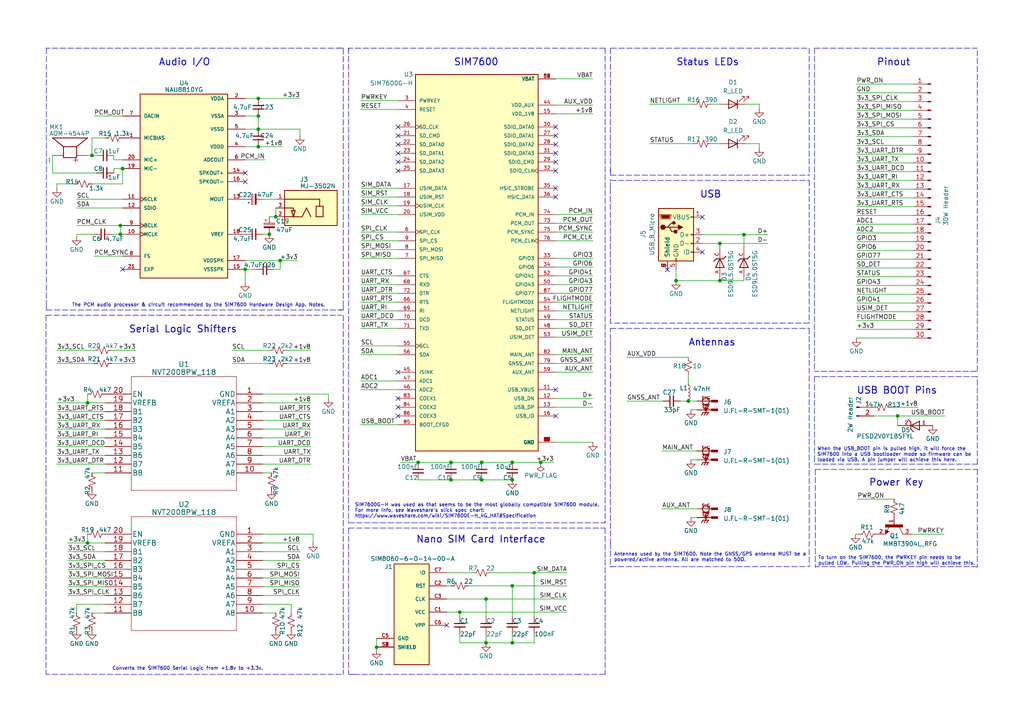
<source format=kicad_sch>
(kicad_sch (version 20230121) (generator eeschema)
  (paper "A4")
  (title_block (title "SIM7600 Breakout Board") (date "2022-12-08") (rev "Rev 1") (company "lamemakes"))
  (junction (at 154.94 166.116))
  (junction (at 139.7 139.192))
  (junction (at 80.01 62.865))
  (junction (at 148.59 169.926))
  (junction (at 148.59 139.192))
  (junction (at 215.773 68.072))
  (junction (at 156.845 134.112))
  (junction (at 133.35 177.546))
  (junction (at 196.088 81.407))
  (junction (at 148.59 134.112))
  (junction (at 109.22 187.706))
  (junction (at 208.788 81.407))
  (junction (at 148.59 186.436))
  (junction (at 81.28 75.565))
  (junction (at 139.7 134.112))
  (junction (at 74.93 33.655))
  (junction (at 25.4 116.84))
  (junction (at 121.285 134.112))
  (junction (at 26.67 45.085))
  (junction (at 71.12 78.105))
  (junction (at 74.93 42.545))
  (junction (at 140.97 173.736))
  (junction (at 140.97 186.436))
  (junction (at 35.56 48.895))
  (junction (at 130.81 139.192))
  (junction (at 208.788 70.612))
  (junction (at 199.644 116.332))
  (junction (at 25.4 157.48))
  (junction (at 130.81 134.112))
  (junction (at 74.93 28.575))
  (junction (at 78.105 67.945))
  (junction (at 34.925 65.405))
  (junction (at 260.35 120.65))
  (junction (at 34.925 67.945))
  (junction (at 74.93 37.465))
  (no_connect (at 161.163 41.91))
  (no_connect (at 161.163 39.37))
  (no_connect (at 115.443 44.45))
  (no_connect (at 115.443 118.11))
  (no_connect (at 35.56 78.105))
  (no_connect (at 161.163 49.53))
  (no_connect (at 161.163 113.03))
  (no_connect (at 115.443 115.57))
  (no_connect (at 115.443 46.99))
  (no_connect (at 129.54 181.356))
  (no_connect (at 115.443 39.37))
  (no_connect (at 203.708 62.992))
  (no_connect (at 115.443 107.95))
  (no_connect (at 161.163 44.45))
  (no_connect (at 161.163 36.83))
  (no_connect (at 193.548 78.232))
  (no_connect (at 115.443 49.53))
  (no_connect (at 161.163 54.61))
  (no_connect (at 115.443 41.91))
  (no_connect (at 71.12 50.165))
  (no_connect (at 161.163 120.65))
  (no_connect (at 71.12 52.705))
  (no_connect (at 161.163 46.99))
  (no_connect (at 161.163 57.15))
  (no_connect (at 115.443 120.65))
  (no_connect (at 203.708 73.152))
  (no_connect (at 115.443 36.83))
  (wire (pts (xy 76.2 162.56) (xy 86.995 162.56)))
  (polyline (pts (xy 101.092 151.638) (xy 175.514 151.638)) (stroke (width 0) (type dash)))
  (wire (pts (xy 104.648 74.93) (xy 115.443 74.93)))
  (wire (pts (xy 140.97 173.736) (xy 140.97 178.816)))
  (wire (pts (xy 15.24 50.165) (xy 27.94 50.165)))
  (wire (pts (xy 22.225 67.945) (xy 22.225 68.58)))
  (wire (pts (xy 139.7 139.192) (xy 130.81 139.192)))
  (polyline (pts (xy 177.038 103.632) (xy 177.038 157.607)) (stroke (width 0) (type dash)))
  (wire (pts (xy 203.708 68.072) (xy 215.773 68.072)))
  (wire (pts (xy 208.788 70.612) (xy 208.788 71.247)))
  (wire (pts (xy 30.48 137.16) (xy 26.67 137.16)))
  (wire (pts (xy 16.51 132.08) (xy 30.48 132.08)))
  (wire (pts (xy 148.59 139.192) (xy 139.7 139.192)))
  (wire (pts (xy 84.455 175.26) (xy 84.455 177.8)))
  (wire (pts (xy 25.4 45.085) (xy 26.67 45.085)))
  (polyline (pts (xy 177.038 49.022) (xy 177.038 50.8)) (stroke (width 0) (type dash)))
  (polyline (pts (xy 234.696 13.97) (xy 234.696 50.8)) (stroke (width 0) (type dash)))
  (wire (pts (xy 248.412 39.624) (xy 264.922 39.624)))
  (wire (pts (xy 260.35 120.65) (xy 260.35 123.444)))
  (wire (pts (xy 80.01 60.325) (xy 80.01 62.865)))
  (wire (pts (xy 16.51 127) (xy 30.48 127)))
  (polyline (pts (xy 236.474 136.144) (xy 283.464 136.144)) (stroke (width 0) (type dash)))
  (wire (pts (xy 215.773 68.072) (xy 215.773 71.247)))
  (wire (pts (xy 248.412 92.964) (xy 264.922 92.964)))
  (wire (pts (xy 104.648 110.49) (xy 115.443 110.49)))
  (wire (pts (xy 90.17 134.62) (xy 76.2 134.62)))
  (polyline (pts (xy 234.696 93.726) (xy 177.038 93.726)) (stroke (width 0) (type dash)))
  (wire (pts (xy 203.708 70.612) (xy 208.788 70.612)))
  (wire (pts (xy 139.7 134.112) (xy 130.81 134.112)))
  (wire (pts (xy 104.648 85.09) (xy 115.443 85.09)))
  (polyline (pts (xy 99.568 91.44) (xy 99.568 195.58)) (stroke (width 0) (type dash)))
  (wire (pts (xy 188.468 30.226) (xy 201.168 30.226)))
  (wire (pts (xy 76.2 167.64) (xy 86.995 167.64)))
  (polyline (pts (xy 177.038 100.457) (xy 177.038 102.362)) (stroke (width 0) (type dash)))
  (wire (pts (xy 25.4 116.84) (xy 30.48 116.84)))
  (wire (pts (xy 161.163 92.71) (xy 171.958 92.71)))
  (polyline (pts (xy 99.06 195.58) (xy 13.335 195.58)) (stroke (width 0) (type dash)))
  (wire (pts (xy 248.412 47.244) (xy 264.922 47.244)))
  (polyline (pts (xy 13.462 13.97) (xy 13.462 88.9)) (stroke (width 0) (type dash)))
  (wire (pts (xy 104.648 123.19) (xy 115.443 123.19)))
  (polyline (pts (xy 177.038 98.552) (xy 177.038 95.25)) (stroke (width 0) (type dash)))
  (wire (pts (xy 90.17 127) (xy 76.2 127)))
  (wire (pts (xy 16.51 105.41) (xy 27.305 105.41)))
  (polyline (pts (xy 13.462 89.916) (xy 99.06 89.916)) (stroke (width 0) (type dash)))
  (wire (pts (xy 32.385 105.41) (xy 39.37 105.41)))
  (wire (pts (xy 16.51 116.84) (xy 25.4 116.84)))
  (wire (pts (xy 81.28 75.565) (xy 86.36 75.565)))
  (polyline (pts (xy 101.092 146.558) (xy 101.092 151.638)) (stroke (width 0) (type dash)))
  (wire (pts (xy 248.412 72.644) (xy 264.922 72.644)))
  (wire (pts (xy 200.406 150.114) (xy 202.184 150.114)))
  (polyline (pts (xy 177.038 50.8) (xy 234.696 50.8)) (stroke (width 0) (type dash)))
  (wire (pts (xy 200.406 118.872) (xy 202.184 118.872)))
  (wire (pts (xy 133.35 177.546) (xy 133.35 178.816)))
  (polyline (pts (xy 234.696 52.324) (xy 234.696 93.726)) (stroke (width 0) (type dash)))
  (polyline (pts (xy 283.464 164.338) (xy 236.474 164.338)) (stroke (width 0) (type dash)))
  (wire (pts (xy 248.412 42.164) (xy 264.922 42.164)))
  (wire (pts (xy 71.12 37.465) (xy 74.93 37.465)))
  (wire (pts (xy 161.163 64.77) (xy 171.958 64.77)))
  (wire (pts (xy 19.685 167.64) (xy 30.48 167.64)))
  (wire (pts (xy 83.185 105.41) (xy 90.17 105.41)))
  (wire (pts (xy 74.93 37.465) (xy 86.995 37.465)))
  (wire (pts (xy 253.492 120.65) (xy 260.35 120.65)))
  (wire (pts (xy 154.94 186.436) (xy 148.59 186.436)))
  (wire (pts (xy 142.24 166.116) (xy 154.94 166.116)))
  (wire (pts (xy 33.02 48.895) (xy 33.02 50.165)))
  (polyline (pts (xy 177.038 13.97) (xy 177.038 50.546)) (stroke (width 0) (type dash)))
  (wire (pts (xy 148.59 169.926) (xy 148.59 178.816)))
  (wire (pts (xy 35.56 48.895) (xy 35.56 53.34)))
  (wire (pts (xy 104.648 67.31) (xy 115.443 67.31)))
  (wire (pts (xy 90.805 154.94) (xy 90.805 157.48)))
  (wire (pts (xy 161.163 74.93) (xy 171.958 74.93)))
  (wire (pts (xy 248.412 82.804) (xy 264.922 82.804)))
  (wire (pts (xy 95.25 114.3) (xy 95.25 115.57)))
  (wire (pts (xy 25.4 154.94) (xy 25.4 157.48)))
  (wire (pts (xy 248.412 24.384) (xy 264.922 24.384)))
  (wire (pts (xy 76.2 114.3) (xy 95.25 114.3)))
  (wire (pts (xy 192.024 147.574) (xy 202.184 147.574)))
  (polyline (pts (xy 177.038 164.338) (xy 234.696 164.338)) (stroke (width 0) (type dash)))
  (wire (pts (xy 76.2 160.02) (xy 86.995 160.02)))
  (polyline (pts (xy 283.464 136.144) (xy 283.464 164.592)) (stroke (width 0) (type dash)))
  (wire (pts (xy 35.56 53.34) (xy 26.67 53.34)))
  (wire (pts (xy 216.408 41.656) (xy 220.218 41.656)))
  (wire (pts (xy 215.773 68.072) (xy 222.758 68.072)))
  (polyline (pts (xy 175.514 13.97) (xy 101.092 13.97)) (stroke (width 0) (type dash)))
  (wire (pts (xy 19.685 172.72) (xy 30.48 172.72)))
  (wire (pts (xy 206.248 30.226) (xy 208.788 30.226)))
  (wire (pts (xy 135.89 169.926) (xy 148.59 169.926)))
  (wire (pts (xy 67.31 101.6) (xy 78.105 101.6)))
  (wire (pts (xy 129.54 169.926) (xy 130.81 169.926)))
  (wire (pts (xy 161.163 115.57) (xy 171.958 115.57)))
  (wire (pts (xy 248.412 44.704) (xy 264.922 44.704)))
  (wire (pts (xy 200.406 133.35) (xy 202.184 133.35)))
  (wire (pts (xy 25.4 114.3) (xy 25.4 116.84)))
  (wire (pts (xy 161.163 105.41) (xy 171.958 105.41)))
  (wire (pts (xy 154.94 166.116) (xy 164.465 166.116)))
  (wire (pts (xy 90.17 132.08) (xy 76.2 132.08)))
  (wire (pts (xy 148.59 183.896) (xy 148.59 186.436)))
  (polyline (pts (xy 177.038 54.61) (xy 177.038 52.07)) (stroke (width 0) (type dash)))
  (wire (pts (xy 148.59 134.112) (xy 156.845 134.112)))
  (polyline (pts (xy 99.568 88.9) (xy 99.568 13.97)) (stroke (width 0) (type dash)))
  (wire (pts (xy 199.644 116.332) (xy 202.184 116.332)))
  (wire (pts (xy 140.97 186.436) (xy 133.35 186.436)))
  (wire (pts (xy 248.412 57.404) (xy 264.922 57.404)))
  (wire (pts (xy 161.163 80.01) (xy 171.958 80.01)))
  (wire (pts (xy 25.4 157.48) (xy 19.685 157.48)))
  (wire (pts (xy 104.648 54.61) (xy 115.443 54.61)))
  (wire (pts (xy 104.648 59.69) (xy 115.443 59.69)))
  (wire (pts (xy 71.12 75.565) (xy 81.28 75.565)))
  (wire (pts (xy 76.2 172.72) (xy 86.995 172.72)))
  (wire (pts (xy 34.925 65.405) (xy 35.56 65.405)))
  (wire (pts (xy 109.22 185.166) (xy 109.22 187.706)))
  (wire (pts (xy 161.163 67.31) (xy 171.958 67.31)))
  (wire (pts (xy 260.35 120.65) (xy 274.066 120.65)))
  (wire (pts (xy 264.414 154.94) (xy 273.812 154.94)))
  (wire (pts (xy 16.51 121.92) (xy 30.48 121.92)))
  (wire (pts (xy 154.94 183.896) (xy 154.94 186.436)))
  (wire (pts (xy 79.375 78.105) (xy 81.28 78.105)))
  (wire (pts (xy 248.412 54.864) (xy 264.922 54.864)))
  (wire (pts (xy 76.2 116.84) (xy 90.17 116.84)))
  (polyline (pts (xy 99.06 89.916) (xy 98.552 89.916)) (stroke (width 0) (type dash)))
  (polyline (pts (xy 98.044 13.97) (xy 99.568 13.97)) (stroke (width 0) (type dash)))
  (polyline (pts (xy 177.038 52.324) (xy 234.696 52.324)) (stroke (width 0) (type dash)))
  (wire (pts (xy 104.648 90.17) (xy 115.443 90.17)))
  (wire (pts (xy 248.412 26.924) (xy 264.922 26.924)))
  (polyline (pts (xy 175.514 153.162) (xy 175.514 195.58)) (stroke (width 0) (type dash)))
  (wire (pts (xy 25.4 157.48) (xy 30.48 157.48)))
  (wire (pts (xy 161.163 85.09) (xy 171.958 85.09)))
  (wire (pts (xy 22.225 175.26) (xy 30.48 175.26)))
  (polyline (pts (xy 101.092 153.162) (xy 101.092 195.58)) (stroke (width 0) (type dash)))
  (wire (pts (xy 33.02 46.355) (xy 35.56 46.355)))
  (wire (pts (xy 104.648 113.03) (xy 115.443 113.03)))
  (polyline (pts (xy 283.464 109.22) (xy 236.22 109.22)) (stroke (width 0) (type dash)))
  (wire (pts (xy 192.024 130.81) (xy 202.184 130.81)))
  (polyline (pts (xy 236.22 134.62) (xy 283.464 134.62)) (stroke (width 0) (type dash)))
  (wire (pts (xy 76.2 154.94) (xy 90.805 154.94)))
  (wire (pts (xy 74.93 42.545) (xy 81.915 42.545)))
  (wire (pts (xy 248.412 90.424) (xy 264.922 90.424)))
  (polyline (pts (xy 177.038 164.338) (xy 177.546 164.338)) (stroke (width 0) (type dash)))
  (wire (pts (xy 67.31 105.41) (xy 78.105 105.41)))
  (wire (pts (xy 27.305 33.655) (xy 35.56 33.655)))
  (wire (pts (xy 104.648 82.55) (xy 115.443 82.55)))
  (wire (pts (xy 161.163 102.87) (xy 171.958 102.87)))
  (wire (pts (xy 104.648 31.75) (xy 115.443 31.75)))
  (wire (pts (xy 33.02 45.085) (xy 33.02 46.355)))
  (wire (pts (xy 22.225 65.405) (xy 34.925 65.405)))
  (wire (pts (xy 86.995 37.465) (xy 86.995 39.37)))
  (wire (pts (xy 76.2 157.48) (xy 86.995 157.48)))
  (wire (pts (xy 129.54 166.116) (xy 137.16 166.116)))
  (wire (pts (xy 19.685 170.18) (xy 30.48 170.18)))
  (polyline (pts (xy 177.165 13.97) (xy 213.995 13.97)) (stroke (width 0) (type dash)))
  (wire (pts (xy 161.163 118.11) (xy 171.958 118.11)))
  (wire (pts (xy 248.412 37.084) (xy 264.922 37.084)))
  (polyline (pts (xy 101.092 195.58) (xy 102.87 195.58)) (stroke (width 0) (type dash)))
  (wire (pts (xy 216.408 30.226) (xy 220.218 30.226)))
  (wire (pts (xy 248.412 34.544) (xy 264.922 34.544)))
  (wire (pts (xy 248.412 75.184) (xy 264.922 75.184)))
  (polyline (pts (xy 177.038 102.362) (xy 177.038 102.997)) (stroke (width 0) (type dash)))
  (wire (pts (xy 27.305 74.295) (xy 35.56 74.295)))
  (polyline (pts (xy 99.568 89.916) (xy 98.552 89.916)) (stroke (width 0) (type dash)))
  (wire (pts (xy 104.648 29.21) (xy 115.443 29.21)))
  (polyline (pts (xy 175.514 195.58) (xy 167.64 195.58)) (stroke (width 0) (type dash)))
  (wire (pts (xy 22.225 60.325) (xy 35.56 60.325)))
  (wire (pts (xy 248.666 144.78) (xy 259.334 144.78)))
  (wire (pts (xy 104.648 57.15) (xy 115.443 57.15)))
  (wire (pts (xy 104.648 69.85) (xy 115.443 69.85)))
  (wire (pts (xy 74.93 33.655) (xy 74.93 37.465)))
  (wire (pts (xy 26.67 45.085) (xy 27.94 45.085)))
  (wire (pts (xy 148.59 169.926) (xy 164.465 169.926)))
  (wire (pts (xy 109.22 187.706) (xy 109.22 188.468)))
  (wire (pts (xy 161.163 22.86) (xy 171.958 22.86)))
  (wire (pts (xy 161.163 97.79) (xy 171.958 97.79)))
  (wire (pts (xy 76.2 67.945) (xy 78.105 67.945)))
  (polyline (pts (xy 101.092 153.162) (xy 175.514 153.162)) (stroke (width 0) (type dash)))
  (wire (pts (xy 84.455 175.26) (xy 76.2 175.26)))
  (wire (pts (xy 16.51 124.46) (xy 30.48 124.46)))
  (wire (pts (xy 16.51 129.54) (xy 30.48 129.54)))
  (polyline (pts (xy 177.038 54.61) (xy 177.038 90.17)) (stroke (width 0) (type dash)))
  (wire (pts (xy 248.412 32.004) (xy 264.922 32.004)))
  (wire (pts (xy 71.12 28.575) (xy 74.93 28.575)))
  (wire (pts (xy 161.163 30.48) (xy 171.958 30.48)))
  (wire (pts (xy 26.67 40.005) (xy 26.67 45.085)))
  (wire (pts (xy 248.412 70.104) (xy 264.922 70.104)))
  (wire (pts (xy 188.468 41.656) (xy 201.168 41.656)))
  (wire (pts (xy 16.51 101.6) (xy 27.305 101.6)))
  (wire (pts (xy 22.225 57.785) (xy 35.56 57.785)))
  (wire (pts (xy 140.97 173.736) (xy 164.465 173.736)))
  (wire (pts (xy 148.59 134.112) (xy 139.7 134.112)))
  (wire (pts (xy 78.105 62.865) (xy 80.01 62.865)))
  (wire (pts (xy 104.648 102.87) (xy 115.443 102.87)))
  (wire (pts (xy 76.2 177.8) (xy 80.01 177.8)))
  (wire (pts (xy 161.163 87.63) (xy 171.958 87.63)))
  (wire (pts (xy 104.648 92.71) (xy 115.443 92.71)))
  (wire (pts (xy 76.2 57.785) (xy 80.01 57.785)))
  (wire (pts (xy 161.163 69.85) (xy 171.958 69.85)))
  (wire (pts (xy 71.12 78.105) (xy 74.295 78.105)))
  (polyline (pts (xy 177.038 93.726) (xy 177.038 92.456)) (stroke (width 0) (type dash)))
  (wire (pts (xy 90.17 129.54) (xy 76.2 129.54)))
  (wire (pts (xy 104.648 62.23) (xy 115.443 62.23)))
  (wire (pts (xy 104.648 95.25) (xy 115.443 95.25)))
  (wire (pts (xy 71.12 33.655) (xy 74.93 33.655)))
  (wire (pts (xy 34.925 67.945) (xy 35.56 67.945)))
  (wire (pts (xy 133.35 177.546) (xy 164.465 177.546)))
  (wire (pts (xy 32.385 101.6) (xy 39.37 101.6)))
  (wire (pts (xy 71.12 78.105) (xy 71.12 81.915)))
  (wire (pts (xy 208.788 81.407) (xy 215.773 81.407)))
  (wire (pts (xy 104.648 100.33) (xy 115.443 100.33)))
  (wire (pts (xy 161.163 62.23) (xy 171.958 62.23)))
  (wire (pts (xy 129.54 173.736) (xy 140.97 173.736)))
  (polyline (pts (xy 101.092 13.97) (xy 101.092 133.35)) (stroke (width 0) (type dash)))
  (wire (pts (xy 248.412 67.564) (xy 264.922 67.564)))
  (wire (pts (xy 16.51 53.34) (xy 16.51 54.61)))
  (wire (pts (xy 248.412 49.784) (xy 264.922 49.784)))
  (polyline (pts (xy 214.122 13.97) (xy 234.696 13.97)) (stroke (width 0) (type dash)))
  (wire (pts (xy 161.163 128.27) (xy 171.958 128.27)))
  (wire (pts (xy 248.412 95.504) (xy 264.922 95.504)))
  (polyline (pts (xy 13.335 91.44) (xy 99.06 91.44)) (stroke (width 0) (type dash)))
  (wire (pts (xy 90.17 121.92) (xy 76.2 121.92)))
  (polyline (pts (xy 177.038 90.17) (xy 177.038 92.71)) (stroke (width 0) (type dash)))
  (polyline (pts (xy 236.22 132.334) (xy 236.22 134.62)) (stroke (width 0) (type dash)))
  (wire (pts (xy 71.12 42.545) (xy 74.93 42.545)))
  (wire (pts (xy 196.088 81.407) (xy 208.788 81.407)))
  (polyline (pts (xy 177.038 95.25) (xy 234.696 95.25)) (stroke (width 0) (type dash)))
  (wire (pts (xy 76.2 170.18) (xy 86.995 170.18)))
  (wire (pts (xy 81.28 78.105) (xy 81.28 75.565)))
  (polyline (pts (xy 101.092 132.842) (xy 101.092 146.812)) (stroke (width 0) (type dash)))
  (wire (pts (xy 22.225 175.26) (xy 22.225 177.8)))
  (wire (pts (xy 71.12 46.355) (xy 76.835 46.355)))
  (wire (pts (xy 19.685 162.56) (xy 30.48 162.56)))
  (wire (pts (xy 74.93 28.575) (xy 86.995 28.575)))
  (wire (pts (xy 30.48 177.8) (xy 26.67 177.8)))
  (wire (pts (xy 16.51 134.62) (xy 30.48 134.62)))
  (polyline (pts (xy 236.22 109.22) (xy 236.22 132.334)) (stroke (width 0) (type dash)))
  (wire (pts (xy 154.94 166.116) (xy 154.94 178.816)))
  (polyline (pts (xy 177.038 100.457) (xy 177.038 98.552)) (stroke (width 0) (type dash)))
  (polyline (pts (xy 175.514 13.97) (xy 175.514 151.638)) (stroke (width 0) (type dash)))
  (wire (pts (xy 121.285 139.192) (xy 130.81 139.192)))
  (polyline (pts (xy 175.514 151.638) (xy 175.514 151.13)) (stroke (width 0) (type dash)))
  (wire (pts (xy 76.2 137.16) (xy 78.74 137.16)))
  (wire (pts (xy 156.845 134.112) (xy 160.655 134.112)))
  (wire (pts (xy 83.185 101.6) (xy 90.17 101.6)))
  (polyline (pts (xy 13.462 88.9) (xy 13.462 89.916)) (stroke (width 0) (type dash)))
  (wire (pts (xy 104.648 80.01) (xy 115.443 80.01)))
  (wire (pts (xy 248.412 65.024) (xy 264.922 65.024)))
  (wire (pts (xy 32.385 67.945) (xy 34.925 67.945)))
  (wire (pts (xy 35.56 48.895) (xy 33.02 48.895)))
  (polyline (pts (xy 236.22 13.97) (xy 236.22 107.696)) (stroke (width 0) (type dash)))
  (wire (pts (xy 161.163 82.55) (xy 171.958 82.55)))
  (wire (pts (xy 22.225 67.945) (xy 27.305 67.945)))
  (wire (pts (xy 90.17 119.38) (xy 76.2 119.38)))
  (wire (pts (xy 208.788 70.612) (xy 222.758 70.612)))
  (polyline (pts (xy 13.335 91.44) (xy 13.335 195.58)) (stroke (width 0) (type dash)))
  (polyline (pts (xy 99.06 13.97) (xy 13.335 13.97)) (stroke (width 0) (type dash)))
  (wire (pts (xy 19.685 160.02) (xy 30.48 160.02)))
  (wire (pts (xy 21.59 53.34) (xy 16.51 53.34)))
  (wire (pts (xy 90.17 124.46) (xy 76.2 124.46)))
  (polyline (pts (xy 236.474 136.144) (xy 236.474 164.592)) (stroke (width 0) (type dash)))
  (wire (pts (xy 161.163 33.02) (xy 171.958 33.02)))
  (polyline (pts (xy 283.464 134.62) (xy 283.464 109.22)) (stroke (width 0) (type dash)))
  (wire (pts (xy 129.54 177.546) (xy 133.35 177.546)))
  (wire (pts (xy 199.644 108.712) (xy 199.644 111.252)))
  (polyline (pts (xy 283.21 107.696) (xy 236.22 107.696)) (stroke (width 0) (type dash)))
  (wire (pts (xy 248.412 62.484) (xy 264.922 62.484)))
  (wire (pts (xy 206.248 41.656) (xy 208.788 41.656)))
  (wire (pts (xy 104.648 87.63) (xy 115.443 87.63)))
  (wire (pts (xy 76.2 165.1) (xy 86.995 165.1)))
  (wire (pts (xy 220.218 30.226) (xy 220.218 31.496)))
  (wire (pts (xy 266.192 118.11) (xy 258.572 118.11)))
  (wire (pts (xy 181.864 103.632) (xy 199.644 103.632)))
  (wire (pts (xy 196.088 78.232) (xy 196.088 81.407)))
  (wire (pts (xy 104.648 72.39) (xy 115.443 72.39)))
  (wire (pts (xy 248.412 29.464) (xy 264.922 29.464)))
  (wire (pts (xy 140.97 183.896) (xy 140.97 186.436)))
  (wire (pts (xy 116.205 134.112) (xy 121.285 134.112)))
  (wire (pts (xy 121.285 134.112) (xy 130.81 134.112)))
  (wire (pts (xy 197.358 116.332) (xy 199.644 116.332)))
  (polyline (pts (xy 99.568 88.9) (xy 99.568 89.916)) (stroke (width 0) (type dash)))
  (polyline (pts (xy 283.464 107.696) (xy 283.464 13.97)) (stroke (width 0) (type dash)))
  (wire (pts (xy 248.412 59.944) (xy 264.922 59.944)))
  (wire (pts (xy 220.218 41.656) (xy 220.218 42.926)))
  (wire (pts (xy 248.412 98.044) (xy 264.922 98.044)))
  (wire (pts (xy 133.35 186.436) (xy 133.35 183.896)))
  (polyline (pts (xy 234.696 95.25) (xy 234.696 164.338)) (stroke (width 0) (type dash)))
  (polyline (pts (xy 168.275 195.58) (xy 101.6 195.58)) (stroke (width 0) (type dash)))
  (polyline (pts (xy 177.038 157.48) (xy 177.038 164.338)) (stroke (width 0) (type dash)))
  (wire (pts (xy 161.163 95.25) (xy 171.958 95.25)))
  (wire (pts (xy 19.685 165.1) (xy 30.48 165.1)))
  (wire (pts (xy 248.158 154.94) (xy 249.174 154.94)))
  (wire (pts (xy 148.59 186.436) (xy 140.97 186.436)))
  (wire (pts (xy 248.412 87.884) (xy 264.922 87.884)))
  (polyline (pts (xy 101.092 13.97) (xy 101.092 14.732)) (stroke (width 0) (type dash)))
  (wire (pts (xy 181.864 116.332) (xy 192.278 116.332)))
  (wire (pts (xy 161.163 90.17) (xy 171.958 90.17)))
  (wire (pts (xy 248.412 52.324) (xy 264.922 52.324)))
  (wire (pts (xy 248.412 85.344) (xy 264.922 85.344)))
  (wire (pts (xy 34.925 65.405) (xy 34.925 67.945)))
  (wire (pts (xy 30.48 40.005) (xy 26.67 40.005)))
  (wire (pts (xy 248.412 80.264) (xy 264.922 80.264)))
  (wire (pts (xy 248.412 77.724) (xy 264.922 77.724)))
  (wire (pts (xy 161.163 77.47) (xy 171.958 77.47)))
  (polyline (pts (xy 236.22 13.97) (xy 283.464 13.97)) (stroke (width 0) (type dash)))
  (wire (pts (xy 161.163 107.95) (xy 171.958 107.95)))
  (wire (pts (xy 16.51 119.38) (xy 30.48 119.38)))
  (wire (pts (xy 15.24 45.085) (xy 15.24 50.165)))
  (text "USB BOOT Pins" (at 248.412 114.554 0) (effects (font (size 2 2) (thickness 0.254) bold) (justify left bottom)))
  (text "Nano SIM Card Interface" (at 120.65 157.734 0) (effects (font (size 2 2) (thickness 0.254) bold) (justify left bottom)))
  (text "The PCM audio processor & circuit recommended by the SIM7600 Hardware Design App. Notes." (at 20.828 89.154 0) (effects (font (size 1 1)) (justify left bottom)))
  (text "SIM7600G-H was used as that seems to be the most globally compatible SIM7600 module. \nFor more info, see Waveshare's slick spec chart:\nhttps://www.waveshare.com/wiki/SIM7600E-H_4G_HAT#Specification" (at 102.87 150.368 0) (effects (font (size 1 1)) (justify left bottom)))
  (text "SIM7600" (at 131.572 19.304 0) (effects (font (size 2 2) (thickness 0.254) bold) (justify left bottom)))
  (text "Antennas used by the SIM7600. Note the GNSS/GPS antenna MUST be a \npowered/active antenna. All are matched to 50Ω." (at 178.054 163.068 0) (effects (font (size 1 1)) (justify left bottom)))
  (text "Power Key" (at 251.968 141.224 0) (effects (font (size 2 2) (thickness 0.254) bold) (justify left bottom)))
  (text "Audio I/O" (at 45.974 19.304 0) (effects (font (size 2 2) (thickness 0.254) bold) (justify left bottom)))
  (text "Converts the SIM7600 Serial Logic from +1.8v to +3.3v." (at 32.512 194.564 0) (effects (font (size 1 1)) (justify left bottom)))
  (text "To turn on the SIM7600, the PWRKEY pin needs to be\npulled LOW. Pulling the PWR_ON pin high will achieve this." (at 237.236 164.084 0) (effects (font (size 1 1)) (justify left bottom)))
  (text "Antennas" (at 199.644 100.584 0) (effects (font (size 2 2) (thickness 0.254) bold) (justify left bottom)))
  (text "Pinout" (at 254.254 19.304 0) (effects (font (size 2 2) (thickness 0.254) bold) (justify left bottom)))
  (text "USB" (at 202.946 57.658 0) (effects (font (size 2 2) (thickness 0.254) bold) (justify left bottom)))
  (text "Serial Logic Shifters" (at 37.338 96.774 0) (effects (font (size 2 2) (thickness 0.254) bold) (justify left bottom)))
  (text "Status LEDs" (at 196.088 19.304 0) (effects (font (size 2 2) (thickness 0.254) bold) (justify left bottom)))
  (text "When the USB_BOOT pin is pulled high, it will force the \nSIM7600 into a USB bootloader mode so firmware can be \nloaded via USB. A pin jumper will achieve this here." (at 236.982 134.112 0) (effects (font (size 1 1)) (justify left bottom)))
  (label "UART_TX" (at 104.648 95.25 0))
  (label "+3v3" (at 16.51 116.84 0))
  (label "GPIO3" (at 171.958 74.93 180))
  (label "MAIN_ANT" (at 171.958 102.87 180))
  (label "SCL" (at 67.31 101.6 0))
  (label "UART_DTR" (at 90.17 134.62 180))
  (label "AUX_VDD" (at 171.958 30.48 180))
  (label "SDA" (at 67.31 105.41 0))
  (label "UART_RI" (at 90.17 127 180))
  (label "GPIO41" (at 248.412 87.884 0))
  (label "D+" (at 171.958 115.57 180))
  (label "D-" (at 222.758 70.612 180))
  (label "SPI_CS" (at 86.995 165.1 180))
  (label "3v3_SPI_MISO" (at 19.685 170.18 0))
  (label "NETLIGHT" (at 188.468 30.226 0))
  (label "3v3_SCL" (at 16.51 101.6 0))
  (label "STATUS" (at 248.412 80.264 0))
  (label "UART_CTS" (at 90.17 121.92 180))
  (label "+1v8" (at 171.958 33.02 180))
  (label "AUX_ANT" (at 192.024 147.574 0))
  (label "+3v3" (at 39.37 105.41 180))
  (label "PWRKEY" (at 273.812 154.94 180))
  (label "SPI_MOSI" (at 86.995 167.64 180))
  (label "+3v3" (at 39.37 101.6 180))
  (label "3v3_UART_CTS" (at 248.412 57.404 0))
  (label "USIM_DET" (at 248.412 90.424 0))
  (label "SDA" (at 104.648 102.87 0))
  (label "SD_DET" (at 248.412 77.724 0))
  (label "RESET" (at 104.648 31.75 0))
  (label "NETLIGHT" (at 248.412 85.344 0))
  (label "SIM_VCC" (at 104.648 62.23 0))
  (label "GPIO77" (at 248.412 75.184 0))
  (label "PCM_CLK" (at 171.958 69.85 180))
  (label "3v3_SPI_CLK" (at 19.685 172.72 0))
  (label "3v3_UART_DCD" (at 248.412 49.784 0))
  (label "PCM_CLK" (at 22.225 65.405 0))
  (label "3v3_UART_RI" (at 248.412 52.324 0))
  (label "SPI_MOSI" (at 104.648 72.39 0))
  (label "D-" (at 171.958 118.11 180))
  (label "SPI_CLK" (at 86.995 172.72 180))
  (label "3v3_SPI_CS" (at 248.412 37.084 0))
  (label "PCM_OUT" (at 171.958 64.77 180))
  (label "GND" (at 248.412 26.924 0))
  (label "SPI_MISO" (at 86.995 170.18 180))
  (label "3v3_SPI_CLK" (at 248.412 29.464 0))
  (label "3v3_SPI_MISO" (at 248.412 32.004 0))
  (label "GPIO43" (at 171.958 82.55 180))
  (label "SCL" (at 22.225 57.785 0))
  (label "UART_RX" (at 90.17 124.46 180))
  (label "3v3_SCL" (at 19.685 160.02 0))
  (label "MAIN_ANT" (at 192.024 130.81 0))
  (label "UART_RI" (at 104.648 90.17 0))
  (label "SD_DET" (at 171.958 95.25 180))
  (label "UART_TX" (at 90.17 132.08 180))
  (label "+1v8" (at 81.915 42.545 180))
  (label "UART_DCD" (at 104.648 92.71 0))
  (label "FLIGHTMODE" (at 248.412 92.964 0))
  (label "PCM_IN" (at 76.835 46.355 180))
  (label "3v3_SDA" (at 19.685 162.56 0))
  (label "SIM_VCC" (at 164.465 177.546 180))
  (label "USB_BOOT" (at 104.648 123.19 0))
  (label "PWRKEY" (at 104.648 29.21 0))
  (label "PCM_SYNC" (at 171.958 67.31 180))
  (label "+1v8" (at 90.17 101.6 180))
  (label "+3v3" (at 86.995 28.575 180))
  (label "+3v3" (at 248.412 95.504 0))
  (label "ADC1" (at 248.412 65.024 0))
  (label "3v3_UART_DTR" (at 248.412 44.704 0))
  (label "3v3_SPI_MOSI" (at 19.685 167.64 0))
  (label "NETLIGHT" (at 171.958 90.17 180))
  (label "SDA" (at 22.225 60.325 0))
  (label "PWR_ON" (at 248.666 144.78 0))
  (label "AUX_ANT" (at 171.958 107.95 180))
  (label "3v3_UART_CTS" (at 16.51 121.92 0))
  (label "D+" (at 222.758 68.072 180))
  (label "UART_DTR" (at 104.648 85.09 0))
  (label "UART_RTS" (at 104.648 87.63 0))
  (label "USB_BOOT" (at 274.066 120.65 180))
  (label "GPIO77" (at 171.958 85.09 180))
  (label "GPIO3" (at 248.412 70.104 0))
  (label "SIM_RST" (at 104.648 57.15 0))
  (label "3v3_UART_TX" (at 248.412 47.244 0))
  (label "SIM_DATA" (at 164.465 166.116 180))
  (label "UART_RTS" (at 90.17 119.38 180))
  (label "+1v8" (at 90.17 105.41 180))
  (label "SIM_RST" (at 164.465 169.926 180))
  (label "VBAT" (at 171.958 22.86 180))
  (label "3v3_SDA" (at 16.51 105.41 0))
  (label "GPIO41" (at 171.958 80.01 180))
  (label "AUX_VDD" (at 181.864 103.632 0))
  (label "PWR_ON" (at 248.412 24.384 0))
  (label "+1v8" (at 86.995 157.48 180))
  (label "SCL" (at 86.995 160.02 180))
  (label "GPIO6" (at 248.412 72.644 0))
  (label "SIM_CLK" (at 104.648 59.69 0))
  (label "3v3_UART_RX" (at 16.51 124.46 0))
  (label "3v3_SCL" (at 248.412 42.164 0))
  (label "3v3_UART_DCD" (at 16.51 129.54 0))
  (label "SIM_CLK" (at 164.465 173.736 180))
  (label "3v3_SPI_CS" (at 19.685 165.1 0))
  (label "+1v8" (at 266.192 118.11 180))
  (label "3v3_UART_RTS" (at 248.412 59.944 0))
  (label "SDA" (at 86.995 162.56 180))
  (label "3v3_UART_DTR" (at 16.51 134.62 0))
  (label "RESET" (at 248.412 62.484 0))
  (label "STATUS" (at 171.958 92.71 180))
  (label "3v3_UART_TX" (at 16.51 132.08 0))
  (label "GNSS_ANT" (at 181.864 116.332 0))
  (label "VBAT" (at 116.205 134.112 0))
  (label "ADC2" (at 104.648 113.03 0))
  (label "SIM_DATA" (at 104.648 54.61 0))
  (label "GNSS_ANT" (at 171.958 105.41 180))
  (label "3v3_UART_RX" (at 248.412 54.864 0))
  (label "SPI_CS" (at 104.648 69.85 0))
  (label "+3v3" (at 19.685 157.48 0))
  (label "UART_CTS" (at 104.648 80.01 0))
  (label "+3v3" (at 160.655 134.112 180))
  (label "3v3_UART_RTS" (at 16.51 119.38 0))
  (label "STATUS" (at 188.468 41.656 0))
  (label "FLIGHTMODE" (at 171.958 87.63 180))
  (label "ADC1" (at 104.648 110.49 0))
  (label "USIM_DET" (at 171.958 97.79 180))
  (label "3v3_UART_RI" (at 16.51 127 0))
  (label "UART_DCD" (at 90.17 129.54 180))
  (label "3v3_SPI_MOSI" (at 248.412 34.544 0))
  (label "3v3_SDA" (at 248.412 39.624 0))
  (label "GPIO6" (at 171.958 77.47 180))
  (label "+3v3" (at 86.36 75.565 180))
  (label "PCM_SYNC" (at 27.305 74.295 0))
  (label "+1v8" (at 90.17 116.84 180))
  (label "PCM_IN" (at 171.958 62.23 180))
  (label "PCM_OUT" (at 27.305 33.655 0))
  (label "SPI_MISO" (at 104.648 74.93 0))
  (label "SCL" (at 104.648 100.33 0))
  (label "SPI_CLK" (at 104.648 67.31 0))
  (label "ADC2" (at 248.412 67.564 0))
  (label "UART_RX" (at 104.648 82.55 0))
  (label "GPIO43" (at 248.412 82.804 0))
  (symbol (lib_id "power:GND") (at 78.74 142.24 0) (unit 1)
    (property "Reference" "#PWR06" (effects hide))
    (property "Value" "GND" (at 78.74 146.05 0))
  )
  (symbol (lib_id "power:GND") (at 248.158 154.94 0) (unit 1)
    (property "Reference" "#PWR08" (effects hide))
    (property "Value" "GND" (at 248.158 158.75 0))
  )
  (symbol (lib_id "Device:R_Small_US") (at 22.225 180.34 180) (unit 1)
    (property "Reference" "R1" (at 20.955 182.88 90))
    (property "Value" "47k" (at 20.955 177.8 90))
    (property "Footprint" "Resistor_SMD:R_0201_0603Metric_Pad0.64x0.40mm_HandSolder" (effects hide))
  )
  (symbol (lib_id "Device:R_Small_US") (at 139.7 166.116 90) (unit 1)
    (property "Reference" "R7" (at 137.16 164.846 90))
    (property "Value" "22" (at 142.24 164.846 90))
    (property "Footprint" "Resistor_SMD:R_0201_0603Metric_Pad0.64x0.40mm_HandSolder" (effects hide))
  )
  (symbol (lib_id "Device:R_Small_US") (at 133.35 169.926 90) (unit 1)
    (property "Reference" "R6" (at 130.81 168.656 90))
    (property "Value" "22" (at 135.89 168.656 90))
    (property "Footprint" "Resistor_SMD:R_0201_0603Metric_Pad0.64x0.40mm_HandSolder" (effects hide))
  )
  (symbol (lib_id "power:GND") (at 26.67 182.88 0) (unit 1)
    (property "Reference" "#PWR04" (effects hide))
    (property "Value" "GND" (at 26.67 186.69 0))
  )
  (symbol (lib_name "SIM7600E-H_1") (lib_id "SIM7600E-H:SIM7600E-H") (at 138.303 77.47 0) (unit 1)
    (property "Reference" "U3" (at 118.491 21.59 0))
    (property "Value" "SIM7600G-H" (at 113.538 24.13 0))
    (property "Footprint" "sim7600_breakout:IC_SIM7600E-H" (effects hide))
    (property "MANUFACTURER" "SIMCom" (effects hide))
    (property "PARTREV" "1.01" (effects hide))
    (property "STANDARD" "Manufacturer Recommendations" (effects hide))
  )
  (symbol (lib_id "power:GND") (at 71.12 81.915 0) (unit 1)
    (property "Reference" "#PWR019" (effects hide))
    (property "Value" "GND" (at 71.12 85.725 0))
  )
  (symbol (lib_id "Device:C_Small") (at 148.59 136.652 0) (mirror y) (unit 1)
    (property "Reference" "C5" (at 148.59 138.557 0) (effects (justify left)))
    (property "Value" "10uF" (at 148.59 135.382 0) (effects (justify left)))
    (property "Footprint" "Capacitor_SMD:C_0603_1608Metric_Pad1.08x0.95mm_HandSolder" (effects hide))
  )
  (symbol (lib_id "Device:R_Small_US") (at 256.032 118.11 270) (mirror x) (unit 1)
    (property "Reference" "R13" (at 259.334 117.348 90))
    (property "Value" "47k" (at 253.746 117.348 90))
    (property "Footprint" "Resistor_SMD:R_0201_0603Metric_Pad0.64x0.40mm_HandSolder" (effects hide))
  )
  (symbol (lib_id "MJ-3502N:MJ-3502N") (at 90.17 60.325 0) (mirror y) (unit 1)
    (property "Reference" "J3" (at 86.995 52.07 0) (effects (justify right)))
    (property "Value" "MJ-3502N" (at 86.995 53.975 0) (effects (justify right)))
    (property "Footprint" "sim7600_breakout:CUI_MJ-3502N" (effects hide))
    (property "MANUFACTURER" "CUI INC" (effects hide))
    (property "STANDARD" "MANUFACTURER RECOMMENDATIONS" (effects hide))
    (property "PART_REV" "A" (effects hide))
  )
  (symbol (lib_id "Device:R_Small_US") (at 251.714 154.94 90) (unit 1)
    (property "Reference" "R11" (at 251.46 152.908 90))
    (property "Value" "47k" (at 251.714 156.972 90))
    (property "Footprint" "Resistor_SMD:R_0201_0603Metric_Pad0.64x0.40mm_HandSolder" (effects hide))
  )
  (symbol (lib_id "Device:R_Small_US") (at 29.845 101.6 90) (unit 1)
    (property "Reference" "R20" (at 27.305 100.33 90))
    (property "Value" "4k7" (at 32.385 100.33 90))
    (property "Footprint" "Resistor_SMD:R_0201_0603Metric_Pad0.64x0.40mm_HandSolder" (effects hide))
  )
  (symbol (lib_id "NVT2008PW_118:NVT2008PW_118") (at 76.2 154.94 0) (mirror y) (unit 1)
    (property "Reference" "U2" (at 53.34 146.304 0) (effects (font (size 1.524 1.524))))
    (property "Value" "NVT2008PW_118" (at 53.34 148.59 0) (effects (font (size 1.524 1.524))))
    (property "Footprint" "sim7600_breakout:NVT2008PW_118" (effects hide))
  )
  (symbol (lib_id "Device:C_Small") (at 154.94 181.356 0) (unit 1)
    (property "Reference" "C4" (at 154.94 180.086 0) (effects (justify left)))
    (property "Value" "100nF" (at 154.94 183.896 0) (effects (justify left)))
    (property "Footprint" "Capacitor_SMD:C_0603_1608Metric_Pad1.08x0.95mm_HandSolder" (effects hide))
  )
  (symbol (lib_id "Device:C_Polarized_Small") (at 78.105 65.405 0) (unit 1)
    (property "Reference" "C19" (at 80.01 64.135 0) (effects (justify left)))
    (property "Value" "47uF" (at 80.01 66.675 0) (effects (justify left)))
    (property "Footprint" "sim7600_breakout:865080543009" (effects hide))
  )
  (symbol (lib_id "power:GND") (at 148.59 139.192 0) (unit 1)
    (property "Reference" "#PWR0107" (effects hide))
    (property "Value" "GND" (at 148.59 143.002 0))
  )
  (symbol (lib_id "power:GND") (at 171.958 128.27 0) (unit 1)
    (property "Reference" "#PWR012" (effects hide))
    (property "Value" "GND" (at 171.958 132.08 0))
  )
  (symbol (lib_id "Device:C_Small") (at 140.97 181.356 0) (unit 1)
    (property "Reference" "C2" (at 140.97 180.086 0) (effects (justify left)))
    (property "Value" "22pF" (at 140.97 183.896 0) (effects (justify left)))
    (property "Footprint" "Capacitor_SMD:C_0603_1608Metric_Pad1.08x0.95mm_HandSolder" (effects hide))
  )
  (symbol (lib_id "Device:C_Small") (at 76.835 78.105 90) (unit 1)
    (property "Reference" "C26" (at 80.01 76.835 90) (effects (justify left)))
    (property "Value" "4.7uF" (at 76.2 76.835 90) (effects (justify left)))
    (property "Footprint" "Capacitor_SMD:C_0603_1608Metric_Pad1.08x0.95mm_HandSolder" (effects hide))
  )
  (symbol (lib_id "Device:C_Small") (at 73.66 67.945 90) (unit 1)
    (property "Reference" "C25" (at 73.025 66.675 90) (effects (justify left)))
    (property "Value" "4.7uF" (at 73.025 69.215 90) (effects (justify left)))
    (property "Footprint" "Capacitor_SMD:C_0603_1608Metric_Pad1.08x0.95mm_HandSolder" (effects hide))
  )
  (symbol (lib_id "Device:R_Small_US") (at 27.94 154.94 90) (unit 1)
    (property "Reference" "R19" (at 25.4 153.67 90))
    (property "Value" "4k7" (at 30.48 153.67 90))
    (property "Footprint" "Resistor_SMD:R_0201_0603Metric_Pad0.64x0.40mm_HandSolder" (effects hide))
  )
  (symbol (lib_id "power:GND") (at 78.105 67.945 0) (unit 1)
    (property "Reference" "#PWR020" (effects hide))
    (property "Value" "GND" (at 78.105 71.755 0))
  )
  (symbol (lib_id "Device:C_Small") (at 29.845 67.945 270) (unit 1)
    (property "Reference" "C6" (at 26.67 69.215 90) (effects (justify left)))
    (property "Value" "4.7uF" (at 30.48 69.215 90) (effects (justify left)))
    (property "Footprint" "Capacitor_SMD:C_0603_1608Metric_Pad1.08x0.95mm_HandSolder" (effects hide))
  )
  (symbol (lib_id "power:GND") (at 109.22 188.468 0) (unit 1)
    (property "Reference" "#PWR01" (effects hide))
    (property "Value" "GND" (at 109.22 192.278 0))
  )
  (symbol (lib_id "power:GND") (at 16.51 54.61 0) (unit 1)
    (property "Reference" "#PWR014" (effects hide))
    (property "Value" "GND" (at 16.51 58.42 0))
  )
  (symbol (lib_id "Device:R_Small_US") (at 78.74 139.7 0) (mirror x) (unit 1)
    (property "Reference" "R9" (at 80.01 142.24 90))
    (property "Value" "47k" (at 80.01 137.16 90))
    (property "Footprint" "Resistor_SMD:R_0201_0603Metric_Pad0.64x0.40mm_HandSolder" (effects hide))
  )
  (symbol (lib_id "ESD9L5.0ST5G:ESD9L5.0ST5G") (at 208.788 76.327 90) (unit 1)
    (property "Reference" "D3" (at 210.058 78.867 0) (effects (justify right)))
    (property "Value" "ESD9L5.0ST5G" (at 211.963 72.517 0) (effects (justify right)))
    (property "Footprint" "sim7600_breakout:DIOM1006X40N" (effects hide))
    (property "MAXIMUM_PACKAGE_HEIGHT" "0.4mm" (effects hide))
    (property "PARTREV" "7" (effects hide))
    (property "MANUFACTURER" "OnSemi" (effects hide))
    (property "STANDARD" "IPC-7351B" (effects hide))
  )
  (symbol (lib_id "SIM8060-6-0-14-00-A:SIM8060-6-0-14-00-A") (at 119.38 176.276 0) (unit 1)
    (property "Reference" "J1" (at 111.506 164.338 0) (effects (justify left)))
    (property "Value" "SIM8060-6-0-14-00-A" (at 107.442 162.052 0) (effects (justify left)))
    (property "Footprint" "sim7600_breakout:GCT_SIM8060-6-0-14-00-A" (effects hide))
    (property "DESCRIPTION" "SIM8060 is a hinged Sim Card Connector. With 6 contacts, with switch for card detection. Profile above PCB is 1.43mm." (effects hide))
    (property "MF" "Global Connector Technology" (effects hide))
    (property "MP" "SIM8060-6-0-14-00-A" (effects hide))
    (property "PACKAGE" "Package Analog Devices" (effects hide))
  )
  (symbol (lib_id "Device:R_Small_US") (at 80.01 180.34 0) (mirror x) (unit 1)
    (property "Reference" "R10" (at 81.915 182.245 90))
    (property "Value" "47k" (at 81.915 177.8 90))
    (property "Footprint" "Resistor_SMD:R_0201_0603Metric_Pad0.64x0.40mm_HandSolder" (effects hide))
  )
  (symbol (lib_id "power:GND") (at 270.51 123.444 0) (unit 1)
    (property "Reference" "#PWR0102" (effects hide))
    (property "Value" "GND" (at 270.51 127.254 0))
  )
  (symbol (lib_id "Device:C_Small") (at 121.285 136.652 0) (mirror y) (unit 1)
    (property "Reference" "C12" (at 121.285 138.557 0) (effects (justify left)))
    (property "Value" "100nF" (at 121.285 135.382 0) (effects (justify left)))
    (property "Footprint" "Capacitor_SMD:C_0603_1608Metric_Pad1.08x0.95mm_HandSolder" (effects hide))
  )
  (symbol (lib_id "power:GND") (at 84.455 182.88 0) (mirror y) (unit 1)
    (property "Reference" "#PWR09" (effects hide))
    (property "Value" "GND" (at 84.455 186.69 0))
  )
  (symbol (lib_id "power:GND") (at 200.406 150.114 0) (unit 1)
    (property "Reference" "#PWR016" (effects hide))
    (property "Value" "GND" (at 200.406 153.924 0))
  )
  (symbol (lib_id "Device:LED") (at 212.598 30.226 180) (unit 1)
    (property "Reference" "D1" (at 212.598 23.876 0))
    (property "Value" "R_LED" (at 212.598 26.416 0))
    (property "Footprint" "LED_SMD:LED_1206_3216Metric_Pad1.42x1.75mm_HandSolder" (effects hide))
  )
  (symbol (lib_id "power:GND") (at 200.406 133.35 0) (unit 1)
    (property "Reference" "#PWR0104" (effects hide))
    (property "Value" "GND" (at 200.406 137.16 0))
  )
  (symbol (lib_id "Device:R_Small_US") (at 84.455 180.34 0) (mirror x) (unit 1)
    (property "Reference" "R12" (at 86.995 182.88 90))
    (property "Value" "47k" (at 86.995 177.8 90))
    (property "Footprint" "Resistor_SMD:R_0201_0603Metric_Pad0.64x0.40mm_HandSolder" (effects hide))
  )
  (symbol (lib_id "Connector:USB_B_Micro") (at 196.088 68.072 0) (unit 1)
    (property "Reference" "J5" (at 186.563 67.945 90))
    (property "Value" "USB_B_Micro" (at 189.103 67.945 90))
    (property "Footprint" "sim7600_breakout:USB3100-30-A" (effects hide))
  )
  (symbol (lib_id "Device:R_Small_US") (at 80.645 101.6 90) (unit 1)
    (property "Reference" "R22" (at 78.105 100.33 90))
    (property "Value" "2k2" (at 83.185 100.33 90))
    (property "Footprint" "Resistor_SMD:R_0201_0603Metric_Pad0.64x0.40mm_HandSolder" (effects hide))
  )
  (symbol (lib_id "Device:C_Polarized_Small") (at 73.66 57.785 90) (unit 1)
    (property "Reference" "C22" (at 73.025 56.515 90) (effects (justify left)))
    (property "Value" "47uF" (at 79.375 56.515 90) (effects (justify left)))
    (property "Footprint" "sim7600_breakout:865080543009" (effects hide))
  )
  (symbol (lib_id "Device:R_Small_US") (at 199.644 106.172 180) (unit 1)
    (property "Reference" "R18" (at 197.104 106.172 0))
    (property "Value" "10" (at 202.184 106.172 0))
    (property "Footprint" "Resistor_SMD:R_0201_0603Metric_Pad0.64x0.40mm_HandSolder" (effects hide))
  )
  (symbol (lib_id "power:GND") (at 220.218 42.926 0) (unit 1)
    (property "Reference" "#PWR023" (effects hide))
    (property "Value" "GND" (at 220.218 46.736 0))
  )
  (symbol (lib_id "power:GND") (at 90.805 157.48 0) (unit 1)
    (property "Reference" "#PWR011" (effects hide))
    (property "Value" "GND" (at 90.805 161.29 0))
  )
  (symbol (lib_id "Device:C_Small") (at 74.93 31.115 180) (unit 1)
    (property "Reference" "C23" (at 79.375 31.115 0) (effects (justify left)))
    (property "Value" "4.7uF" (at 73.025 31.115 0) (effects (justify left)))
    (property "Footprint" "Capacitor_SMD:C_0603_1608Metric_Pad1.08x0.95mm_HandSolder" (effects hide))
  )
  (symbol (lib_id "Device:R_Small_US") (at 26.67 180.34 180) (unit 1)
    (property "Reference" "R3" (at 25.4 182.88 90))
    (property "Value" "47k" (at 25.4 177.8 90))
    (property "Footprint" "Resistor_SMD:R_0201_0603Metric_Pad0.64x0.40mm_HandSolder" (effects hide))
  )
  (symbol (lib_id "Device:C_Small") (at 139.7 136.652 0) (mirror y) (unit 1)
    (property "Reference" "C9" (at 139.7 138.557 0) (effects (justify left)))
    (property "Value" "100nF" (at 139.7 135.382 0) (effects (justify left)))
    (property "Footprint" "Capacitor_SMD:C_0603_1608Metric_Pad1.08x0.95mm_HandSolder" (effects hide))
  )
  (symbol (lib_id "Connector:Conn_01x02_Male") (at 248.412 118.11 0) (unit 1)
    (property "Reference" "J2" (at 249.047 114.935 90) (effects (justify right)))
    (property "Value" "2W Header" (at 246.634 115.062 90) (effects (justify right)))
    (property "Footprint" "Connector_PinHeader_2.54mm:PinHeader_1x02_P2.54mm_Vertical" (effects hide))
  )
  (symbol (lib_name "ESD9L5.0ST5G_1") (lib_id "ESD9L5.0ST5G:ESD9L5.0ST5G") (at 265.43 123.444 180) (unit 1)
    (property "Reference" "D5" (at 261.366 124.714 0) (effects (justify right)))
    (property "Value" "PESD2V0Y1BSFYL" (at 248.412 126.492 0) (effects (justify right)))
    (property "Footprint" "sim7600_breakout:PESD2V0Y1BSFYL" (effects hide))
    (property "MAXIMUM_PACKAGE_HEIGHT" "0.4mm" (effects hide))
    (property "PARTREV" "7" (effects hide))
    (property "MANUFACTURER" "OnSemi" (effects hide))
    (property "STANDARD" "IPC-7351B" (effects hide))
  )
  (symbol (lib_id "ESD9L5.0ST5G:ESD9L5.0ST5G") (at 215.773 76.327 90) (unit 1)
    (property "Reference" "D4" (at 217.043 78.867 0) (effects (justify right)))
    (property "Value" "ESD9L5.0ST5G" (at 218.948 72.517 0) (effects (justify right)))
    (property "Footprint" "sim7600_breakout:DIOM1006X40N" (effects hide))
    (property "MAXIMUM_PACKAGE_HEIGHT" "0.4mm" (effects hide))
    (property "PARTREV" "7" (effects hide))
    (property "MANUFACTURER" "OnSemi" (effects hide))
    (property "STANDARD" "IPC-7351B" (effects hide))
  )
  (symbol (lib_id "Connector:Conn_01x30_Male") (at 270.002 59.944 0) (mirror y) (unit 1)
    (property "Reference" "J4" (at 272.034 62.738 90) (effects (justify right)))
    (property "Value" "30W Header" (at 274.32 53.848 90) (effects (justify right)))
    (property "Footprint" "Connector_PinHeader_2.54mm:PinHeader_1x30_P2.54mm_Vertical" (effects hide))
  )
  (symbol (lib_id "power:PWR_FLAG") (at 156.845 134.112 0) (mirror x) (unit 1)
    (property "Reference" "#FLG0101" (effects hide))
    (property "Value" "PWR_FLAG" (at 156.845 137.922 0))
  )
  (symbol (lib_id "Device:R_Small_US") (at 203.708 30.226 90) (unit 1)
    (property "Reference" "R16" (at 201.168 28.956 90))
    (property "Value" "390" (at 206.248 28.956 90))
    (property "Footprint" "Resistor_SMD:R_0201_0603Metric_Pad0.64x0.40mm_HandSolder" (effects hide))
  )
  (symbol (lib_id "power:GND") (at 22.225 182.88 0) (unit 1)
    (property "Reference" "#PWR02" (effects hide))
    (property "Value" "GND" (at 22.225 186.69 0))
  )
  (symbol (lib_id "MMBT3904L_RFG:MMBT3904L_RFG") (at 259.334 152.4 270) (unit 1)
    (property "Reference" "Q1" (at 258.064 155.448 90) (effects (justify left)))
    (property "Value" "MMBT3904L_RFG" (at 256.032 157.734 90) (effects (justify left)))
    (property "Footprint" "sim7600_breakout:SOT95P237X112-3N" (effects hide))
    (property "MAXIMUM_PACKAGE_HEIGHT" "1.12mm" (effects hide))
    (property "STANDARD" "IPC 7351B" (effects hide))
    (property "PARTREV" "I2001" (effects hide))
    (property "MANUFACTURER" "Taiwan Semiconductor" (effects hide))
  )
  (symbol (lib_id "Device:C_Small") (at 133.35 181.356 0) (unit 1)
    (property "Reference" "C1" (at 133.35 180.086 0) (effects (justify left)))
    (property "Value" "22pF" (at 133.35 183.896 0) (effects (justify left)))
    (property "Footprint" "Capacitor_SMD:C_0603_1608Metric_Pad1.08x0.95mm_HandSolder" (effects hide))
  )
  (symbol (lib_id "power:GND") (at 86.995 39.37 0) (unit 1)
    (property "Reference" "#PWR021" (effects hide))
    (property "Value" "GND" (at 86.995 43.18 0))
  )
  (symbol (lib_id "AOM-4544P-NF-R:AOM-4544P-NF-R") (at 20.32 42.545 270) (mirror x) (unit 1)
    (property "Reference" "MK1" (at 18.415 36.83 90) (effects (justify right)))
    (property "Value" "AOM-4544P" (at 26.035 38.735 90) (effects (justify right)))
    (property "Footprint" "sim7600_breakout:MIC_AOM-4544P-NF-R" (effects hide))
    (property "PARTREV" "B" (effects hide))
    (property "MANUFACTURER" "PUI Audio" (effects hide))
    (property "STANDARD" "IPC 7351B" (effects hide))
    (property "MAXIMUM_PACKAGE_HEIGHT" "4.7 mm" (effects hide))
  )
  (symbol (lib_id "NVT2008PW_118:NVT2008PW_118") (at 76.2 114.3 0) (mirror y) (unit 1)
    (property "Reference" "U1" (at 53.34 105.664 0) (effects (font (size 1.524 1.524))))
    (property "Value" "NVT2008PW_118" (at 53.34 107.95 0) (effects (font (size 1.524 1.524))))
    (property "Footprint" "sim7600_breakout:NVT2008PW_118" (effects hide))
  )
  (symbol (lib_id "Device:R_Small_US") (at 80.645 105.41 90) (unit 1)
    (property "Reference" "R23" (at 78.105 104.14 90))
    (property "Value" "2k2" (at 83.185 104.14 90))
    (property "Footprint" "Resistor_SMD:R_0201_0603Metric_Pad0.64x0.40mm_HandSolder" (effects hide))
  )
  (symbol (lib_id "Device:R_Small_US") (at 26.67 139.7 180) (unit 1)
    (property "Reference" "R2" (at 25.4 142.24 90))
    (property "Value" "47k" (at 25.4 137.16 90))
    (property "Footprint" "Resistor_SMD:R_0201_0603Metric_Pad0.64x0.40mm_HandSolder" (effects hide))
  )
  (symbol (lib_id "U.FL-R-SMT-1_01_:U.FL-R-SMT-1(01)") (at 204.724 130.81 0) (unit 1)
    (property "Reference" "J7" (at 209.804 131.0639 0) (effects (justify left)))
    (property "Value" "U.FL-R-SMT-1(01)" (at 209.804 133.6039 0) (effects (justify left)))
    (property "Footprint" "sim7600_breakout:HIROSE_U.FL-R-SMT-1(01)" (effects hide))
    (property "PARTREV" "Jul.1.2022" (effects hide))
    (property "STANDARD" "Manufacturer Recommendations" (effects hide))
    (property "MAXIMUM_PACKAGE_HEIGHT" "1.45mm" (effects hide))
    (property "SNAPEDA_PN" "U.FL-R-SMT-1(01)" (effects hide))
    (property "MANUFACTURER" "Hirose" (effects hide))
  )
  (symbol (lib_id "Device:C_Small") (at 194.818 116.332 90) (unit 1)
    (property "Reference" "C27" (at 196.088 113.792 90) (effects (justify left)))
    (property "Value" "33pF" (at 197.358 118.872 90) (effects (justify left)))
    (property "Footprint" "Capacitor_SMD:C_0603_1608Metric_Pad1.08x0.95mm_HandSolder" (effects hide))
  )
  (symbol (lib_id "Device:C_Small") (at 30.48 50.165 90) (unit 1)
    (property "Reference" "C8" (at 29.845 48.895 90) (effects (justify left)))
    (property "Value" "1uF" (at 34.925 51.435 90) (effects (justify left)))
    (property "Footprint" "Capacitor_SMD:C_0603_1608Metric_Pad1.08x0.95mm_HandSolder" (effects hide))
  )
  (symbol (lib_id "Device:L_Small") (at 199.644 113.792 0) (unit 1)
    (property "Reference" "L1" (at 197.104 112.522 0) (effects (justify left)))
    (property "Value" "47nH" (at 200.914 112.776 0) (effects (justify left)))
    (property "Footprint" "sim7600_breakout:IND_LQP02HQ47NH02E" (effects hide))
  )
  (symbol (lib_id "Device:C_Small") (at 130.81 136.652 0) (mirror y) (unit 1)
    (property "Reference" "C10" (at 130.81 138.557 0) (effects (justify left)))
    (property "Value" "100nF" (at 130.81 135.382 0) (effects (justify left)))
    (property "Footprint" "Capacitor_SMD:C_0603_1608Metric_Pad1.08x0.95mm_HandSolder" (effects hide))
  )
  (symbol (lib_id "NAU8810YG:NAU8810YG") (at 53.34 52.705 0) (unit 1)
    (property "Reference" "U4" (at 53.34 24.13 0))
    (property "Value" "NAU8810YG" (at 53.34 26.035 0))
    (property "Footprint" "sim7600_breakout:QFN50P400X400X80-21N" (effects hide))
    (property "PARTREV" "2.8" (effects hide))
    (property "MANUFACTURER" "Nuvoton Technology Corporation of America" (effects hide))
    (property "MAXIMUM_PACKAGE_HEIGHT" "0.8 mm" (effects hide))
    (property "SNAPEDA_PN" "NAU8810YG" (effects hide))
    (property "STANDARD" "IPC 7351B" (effects hide))
  )
  (symbol (lib_id "Device:C_Small") (at 30.48 45.085 90) (unit 1)
    (property "Reference" "C7" (at 29.845 43.815 90) (effects (justify left)))
    (property "Value" "1uF" (at 34.925 43.815 90) (effects (justify left)))
    (property "Footprint" "Capacitor_SMD:C_0603_1608Metric_Pad1.08x0.95mm_HandSolder" (effects hide))
  )
  (symbol (lib_id "power:GND") (at 80.01 182.88 0) (mirror y) (unit 1)
    (property "Reference" "#PWR07" (effects hide))
    (property "Value" "GND" (at 80.01 186.69 0))
  )
  (symbol (lib_id "power:GND") (at 140.97 186.436 0) (unit 1)
    (property "Reference" "#PWR05" (effects hide))
    (property "Value" "GND" (at 140.97 190.246 0))
  )
  (symbol (lib_id "power:GND") (at 22.225 68.58 0) (unit 1)
    (property "Reference" "#PWR015" (effects hide))
    (property "Value" "GND" (at 22.225 72.39 0))
  )
  (symbol (lib_id "power:GND") (at 196.088 81.407 0) (unit 1)
    (property "Reference" "#PWR0103" (effects hide))
    (property "Value" "GND" (at 196.088 85.217 0))
  )
  (symbol (lib_id "Device:C_Small") (at 74.93 40.005 180) (unit 1)
    (property "Reference" "C24" (at 79.375 39.37 0) (effects (justify left)))
    (property "Value" "4.7uF" (at 73.66 39.37 0) (effects (justify left)))
    (property "Footprint" "Capacitor_SMD:C_0603_1608Metric_Pad1.08x0.95mm_HandSolder" (effects hide))
  )
  (symbol (lib_id "power:GND") (at 95.25 115.57 0) (unit 1)
    (property "Reference" "#PWR010" (effects hide))
    (property "Value" "GND" (at 95.25 119.38 0))
  )
  (symbol (lib_id "Device:R_Small_US") (at 27.94 114.3 90) (unit 1)
    (property "Reference" "R4" (at 25.4 113.03 90))
    (property "Value" "4k7" (at 30.48 113.03 90))
    (property "Footprint" "Resistor_SMD:R_0201_0603Metric_Pad0.64x0.40mm_HandSolder" (effects hide))
  )
  (symbol (lib_id "power:GND") (at 26.67 142.24 0) (unit 1)
    (property "Reference" "#PWR03" (effects hide))
    (property "Value" "GND" (at 26.67 146.05 0))
  )
  (symbol (lib_id "Device:R_Small_US") (at 24.13 53.34 90) (unit 1)
    (property "Reference" "R14" (at 20.955 52.705 90))
    (property "Value" "1.3k" (at 27.94 54.61 90))
    (property "Footprint" "Resistor_SMD:R_0201_0603Metric_Pad0.64x0.40mm_HandSolder" (effects hide))
  )
  (symbol (lib_id "Device:R_Small_US") (at 29.845 105.41 90) (unit 1)
    (property "Reference" "R21" (at 27.305 104.14 90))
    (property "Value" "4k7" (at 32.385 104.14 90))
    (property "Footprint" "Resistor_SMD:R_0201_0603Metric_Pad0.64x0.40mm_HandSolder" (effects hide))
  )
  (symbol (lib_id "Device:LED") (at 212.598 41.656 180) (unit 1)
    (property "Reference" "D2" (at 212.598 35.306 0))
    (property "Value" "R_LED" (at 212.598 37.846 0))
    (property "Footprint" "LED_SMD:LED_1206_3216Metric_Pad1.42x1.75mm_HandSolder" (effects hide))
  )
  (symbol (lib_id "power:GND") (at 200.406 118.872 0) (unit 1)
    (property "Reference" "#PWR013" (effects hide))
    (property "Value" "GND" (at 200.406 122.682 0))
  )
  (symbol (lib_id "power:GND") (at 248.412 98.044 0) (unit 1)
    (property "Reference" "#PWR0101" (effects hide))
    (property "Value" "GND" (at 248.412 101.854 0))
  )
  (symbol (lib_id "power:GND") (at 220.218 31.496 0) (unit 1)
    (property "Reference" "#PWR022" (effects hide))
    (property "Value" "GND" (at 220.218 35.306 0))
  )
  (symbol (lib_id "Device:R_Small_US") (at 259.334 147.32 180) (unit 1)
    (property "Reference" "R8" (at 257.302 147.574 90))
    (property "Value" "4k7" (at 261.62 147.574 90))
    (property "Footprint" "Resistor_SMD:R_0201_0603Metric_Pad0.64x0.40mm_HandSolder" (effects hide))
  )
  (symbol (lib_id "U.FL-R-SMT-1_01_:U.FL-R-SMT-1(01)") (at 204.724 116.332 0) (unit 1)
    (property "Reference" "J6" (at 209.804 116.5859 0) (effects (justify left)))
    (property "Value" "U.FL-R-SMT-1(01)" (at 209.804 119.1259 0) (effects (justify left)))
    (property "Footprint" "sim7600_breakout:HIROSE_U.FL-R-SMT-1(01)" (effects hide))
    (property "PARTREV" "Jul.1.2022" (effects hide))
    (property "STANDARD" "Manufacturer Recommendations" (effects hide))
    (property "MAXIMUM_PACKAGE_HEIGHT" "1.45mm" (effects hide))
    (property "SNAPEDA_PN" "U.FL-R-SMT-1(01)" (effects hide))
    (property "MANUFACTURER" "Hirose" (effects hide))
  )
  (symbol (lib_id "Device:R_Small_US") (at 33.02 40.005 90) (unit 1)
    (property "Reference" "R15" (at 30.48 38.735 90))
    (property "Value" "1.3k" (at 35.56 38.735 90))
    (property "Footprint" "Resistor_SMD:R_0201_0603Metric_Pad0.64x0.40mm_HandSolder" (effects hide))
  )
  (symbol (lib_id "Device:C_Small") (at 148.59 181.356 0) (unit 1)
    (property "Reference" "C3" (at 148.59 180.086 0) (effects (justify left)))
    (property "Value" "22pF" (at 148.59 183.896 0) (effects (justify left)))
    (property "Footprint" "Capacitor_SMD:C_0603_1608Metric_Pad1.08x0.95mm_HandSolder" (effects hide))
  )
  (symbol (lib_id "U.FL-R-SMT-1_01_:U.FL-R-SMT-1(01)") (at 204.724 147.574 0) (unit 1)
    (property "Reference" "J8" (at 209.804 147.8279 0) (effects (justify left)))
    (property "Value" "U.FL-R-SMT-1(01)" (at 209.804 150.3679 0) (effects (justify left)))
    (property "Footprint" "sim7600_breakout:HIROSE_U.FL-R-SMT-1(01)" (effects hide))
    (property "PARTREV" "Jul.1.2022" (effects hide))
    (property "STANDARD" "Manufacturer Recommendations" (effects hide))
    (property "MAXIMUM_PACKAGE_HEIGHT" "1.45mm" (effects hide))
    (property "SNAPEDA_PN" "U.FL-R-SMT-1(01)" (effects hide))
    (property "MANUFACTURER" "Hirose" (effects hide))
  )
  (symbol (lib_id "Device:R_Small_US") (at 203.708 41.656 90) (unit 1)
    (property "Reference" "R17" (at 201.168 40.386 90))
    (property "Value" "390" (at 206.248 40.386 90))
    (property "Footprint" "Resistor_SMD:R_0201_0603Metric_Pad0.64x0.40mm_HandSolder" (effects hide))
  )
)
</source>
